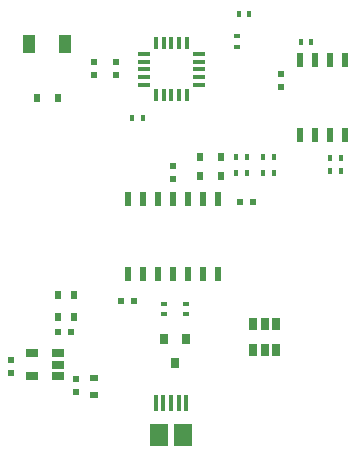
<source format=gbr>
G04 #@! TF.GenerationSoftware,KiCad,Pcbnew,(5.1.0)-1*
G04 #@! TF.CreationDate,2019-11-13T23:10:21-06:00*
G04 #@! TF.ProjectId,low_cost_multispectral_sensor,6c6f775f-636f-4737-945f-6d756c746973,rev?*
G04 #@! TF.SameCoordinates,Original*
G04 #@! TF.FileFunction,Paste,Top*
G04 #@! TF.FilePolarity,Positive*
%FSLAX46Y46*%
G04 Gerber Fmt 4.6, Leading zero omitted, Abs format (unit mm)*
G04 Created by KiCad (PCBNEW (5.1.0)-1) date 2019-11-13 23:10:21*
%MOMM*%
%LPD*%
G04 APERTURE LIST*
%ADD10R,1.100000X0.300000*%
%ADD11R,0.300000X1.100000*%
%ADD12R,0.500000X0.600000*%
%ADD13R,0.600000X0.500000*%
%ADD14R,1.000000X1.600000*%
%ADD15R,1.500000X1.900000*%
%ADD16R,0.400000X1.350000*%
%ADD17R,0.400000X0.600000*%
%ADD18R,0.600000X0.400000*%
%ADD19R,0.508000X1.143000*%
%ADD20R,0.650000X1.060000*%
%ADD21R,1.060000X0.650000*%
%ADD22R,0.800000X0.900000*%
%ADD23R,0.600000X0.800000*%
%ADD24R,0.700000X0.600000*%
%ADD25R,0.600000X0.700000*%
G04 APERTURE END LIST*
D10*
X167700000Y-107500000D03*
X167700000Y-106850000D03*
X167700000Y-106200000D03*
X167700000Y-105550000D03*
X167700000Y-104900000D03*
D11*
X168700000Y-104000000D03*
X169350000Y-104000000D03*
X170000000Y-104000000D03*
X170650000Y-104000000D03*
X171300000Y-104000000D03*
D10*
X172300000Y-104900000D03*
X172300000Y-105550000D03*
X172300000Y-106200000D03*
X172300000Y-106850000D03*
X172300000Y-107500000D03*
D11*
X171300000Y-108400000D03*
X170650000Y-108400000D03*
X170000000Y-108400000D03*
X169350000Y-108400000D03*
X168700000Y-108400000D03*
D12*
X161950000Y-133500000D03*
X161950000Y-132400000D03*
X156450000Y-130850000D03*
X156450000Y-131950000D03*
D13*
X175800000Y-117450000D03*
X176900000Y-117450000D03*
X165750000Y-125850000D03*
X166850000Y-125850000D03*
D12*
X170100000Y-114425000D03*
X170100000Y-115525000D03*
D13*
X161450000Y-128450000D03*
X160350000Y-128450000D03*
D12*
X163450000Y-105600000D03*
X163450000Y-106700000D03*
X165275000Y-105575000D03*
X165275000Y-106675000D03*
X179300000Y-106625000D03*
X179300000Y-107725000D03*
D14*
X160950000Y-104050000D03*
X157950000Y-104050000D03*
D15*
X170950000Y-137150000D03*
D16*
X169300000Y-134450000D03*
X168650000Y-134450000D03*
X171250000Y-134450000D03*
X170600000Y-134450000D03*
X169950000Y-134450000D03*
D15*
X168950000Y-137150000D03*
D17*
X177750000Y-114950000D03*
X178650000Y-114950000D03*
X177750000Y-113650000D03*
X178650000Y-113650000D03*
X184350000Y-114800000D03*
X183450000Y-114800000D03*
D18*
X171250000Y-126950000D03*
X171250000Y-126050000D03*
X169350000Y-126050000D03*
X169350000Y-126950000D03*
D17*
X176400000Y-114950000D03*
X175500000Y-114950000D03*
X175500000Y-113650000D03*
X176400000Y-113650000D03*
X176575000Y-101550000D03*
X175675000Y-101550000D03*
D18*
X175575000Y-104300000D03*
X175575000Y-103400000D03*
D17*
X180950000Y-103875000D03*
X181850000Y-103875000D03*
X184350000Y-113700000D03*
X183450000Y-113700000D03*
X166650000Y-110300000D03*
X167550000Y-110300000D03*
D19*
X168830000Y-123548000D03*
X173910000Y-123548000D03*
X172640000Y-123548000D03*
X171370000Y-123548000D03*
X170100000Y-123548000D03*
X167560000Y-123548000D03*
X166290000Y-123548000D03*
X166290000Y-117198000D03*
X167560000Y-117198000D03*
X168830000Y-117198000D03*
X170100000Y-117198000D03*
X171370000Y-117198000D03*
X172640000Y-117198000D03*
X173910000Y-117198000D03*
X180895000Y-111725000D03*
X182165000Y-111725000D03*
X183435000Y-111725000D03*
X184705000Y-111725000D03*
X184705000Y-105375000D03*
X183435000Y-105375000D03*
X182165000Y-105375000D03*
X180895000Y-105375000D03*
D20*
X177875000Y-129975000D03*
X178825000Y-129975000D03*
X176925000Y-129975000D03*
X176925000Y-127775000D03*
X177875000Y-127775000D03*
X178825000Y-127775000D03*
D21*
X158150000Y-132150000D03*
X158150000Y-130250000D03*
X160350000Y-130250000D03*
X160350000Y-131200000D03*
X160350000Y-132150000D03*
D22*
X170300000Y-131050000D03*
X169350000Y-129050000D03*
X171250000Y-129050000D03*
D23*
X174150000Y-115200000D03*
X172450000Y-115200000D03*
X172450000Y-113650000D03*
X174150000Y-113650000D03*
D24*
X163450000Y-132350000D03*
X163450000Y-133750000D03*
D25*
X161750000Y-125300000D03*
X160350000Y-125300000D03*
D23*
X158650000Y-108650000D03*
X160350000Y-108650000D03*
D25*
X160350000Y-127150000D03*
X161750000Y-127150000D03*
M02*

</source>
